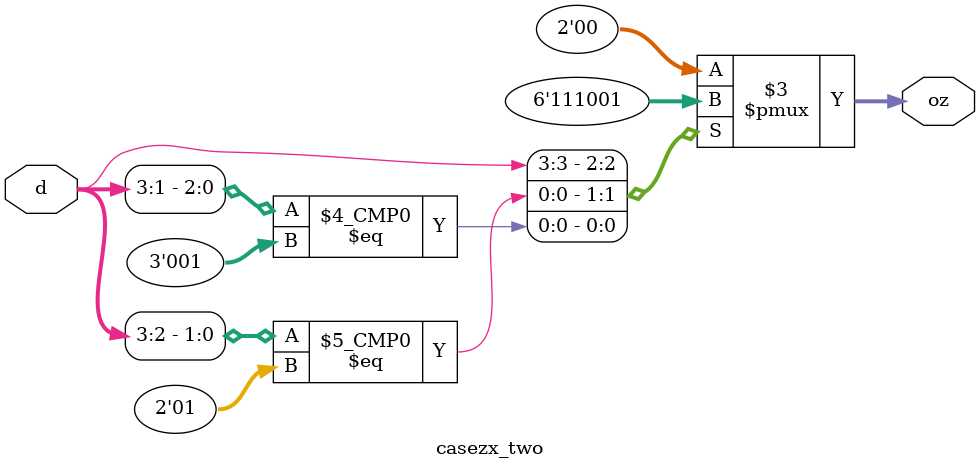
<source format=v>
module casezx_two (d, oz);
  input [3:0] d;
  output [1:0] oz;
  reg [1:0] oz;

always @ ( d ) begin
  casez (d)
    4'b1???: oz = 3;
    4'b01??: oz = 2;
    4'b001?: oz = 1;
    default: oz = 0;
  endcase
end

endmodule // casezx_two

</source>
